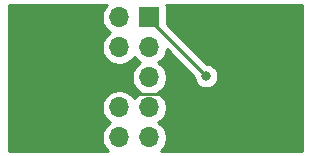
<source format=gbr>
G04 #@! TF.GenerationSoftware,KiCad,Pcbnew,5.1.5*
G04 #@! TF.CreationDate,2019-12-29T20:10:12-05:00*
G04 #@! TF.ProjectId,cluster-luks-key,636c7573-7465-4722-9d6c-756b732d6b65,v01*
G04 #@! TF.SameCoordinates,Original*
G04 #@! TF.FileFunction,Copper,L2,Bot*
G04 #@! TF.FilePolarity,Positive*
%FSLAX46Y46*%
G04 Gerber Fmt 4.6, Leading zero omitted, Abs format (unit mm)*
G04 Created by KiCad (PCBNEW 5.1.5) date 2019-12-29 20:10:12*
%MOMM*%
%LPD*%
G04 APERTURE LIST*
%ADD10R,1.700000X1.700000*%
%ADD11O,1.700000X1.700000*%
%ADD12C,0.800000*%
%ADD13C,0.250000*%
%ADD14C,0.254000*%
G04 APERTURE END LIST*
D10*
X155315001Y-95755001D03*
D11*
X152775001Y-95755001D03*
X155315001Y-98295001D03*
X152775001Y-98295001D03*
X155315001Y-100835001D03*
X152775001Y-100835001D03*
X155315001Y-103375001D03*
X152775001Y-103375001D03*
X155315001Y-105915001D03*
X152775001Y-105915001D03*
D12*
X160000000Y-106000000D03*
X167000000Y-101000000D03*
X162000000Y-96000000D03*
X160140000Y-100720000D03*
D13*
X156200000Y-102200000D02*
X159600001Y-105600001D01*
X159600001Y-105600001D02*
X160000000Y-106000000D01*
X154140000Y-102200000D02*
X156200000Y-102200000D01*
X152775001Y-100835001D02*
X154140000Y-102200000D01*
X155315001Y-95895001D02*
X155315001Y-95755001D01*
X160140000Y-100720000D02*
X155315001Y-95895001D01*
D14*
G36*
X151621526Y-94808369D02*
G01*
X151459011Y-95051590D01*
X151347069Y-95321843D01*
X151290001Y-95608741D01*
X151290001Y-95901261D01*
X151347069Y-96188159D01*
X151459011Y-96458412D01*
X151621526Y-96701633D01*
X151828369Y-96908476D01*
X152002761Y-97025001D01*
X151828369Y-97141526D01*
X151621526Y-97348369D01*
X151459011Y-97591590D01*
X151347069Y-97861843D01*
X151290001Y-98148741D01*
X151290001Y-98441261D01*
X151347069Y-98728159D01*
X151459011Y-98998412D01*
X151621526Y-99241633D01*
X151828369Y-99448476D01*
X152071590Y-99610991D01*
X152341843Y-99722933D01*
X152628741Y-99780001D01*
X152921261Y-99780001D01*
X153208159Y-99722933D01*
X153478412Y-99610991D01*
X153721633Y-99448476D01*
X153928476Y-99241633D01*
X154045001Y-99067241D01*
X154161526Y-99241633D01*
X154368369Y-99448476D01*
X154542761Y-99565001D01*
X154368369Y-99681526D01*
X154161526Y-99888369D01*
X153999011Y-100131590D01*
X153887069Y-100401843D01*
X153830001Y-100688741D01*
X153830001Y-100981261D01*
X153887069Y-101268159D01*
X153999011Y-101538412D01*
X154161526Y-101781633D01*
X154368369Y-101988476D01*
X154542761Y-102105001D01*
X154368369Y-102221526D01*
X154161526Y-102428369D01*
X154045001Y-102602761D01*
X153928476Y-102428369D01*
X153721633Y-102221526D01*
X153478412Y-102059011D01*
X153208159Y-101947069D01*
X152921261Y-101890001D01*
X152628741Y-101890001D01*
X152341843Y-101947069D01*
X152071590Y-102059011D01*
X151828369Y-102221526D01*
X151621526Y-102428369D01*
X151459011Y-102671590D01*
X151347069Y-102941843D01*
X151290001Y-103228741D01*
X151290001Y-103521261D01*
X151347069Y-103808159D01*
X151459011Y-104078412D01*
X151621526Y-104321633D01*
X151828369Y-104528476D01*
X152002761Y-104645001D01*
X151828369Y-104761526D01*
X151621526Y-104968369D01*
X151459011Y-105211590D01*
X151347069Y-105481843D01*
X151290001Y-105768741D01*
X151290001Y-106061261D01*
X151347069Y-106348159D01*
X151459011Y-106618412D01*
X151621526Y-106861633D01*
X151792987Y-107033094D01*
X143430000Y-107039496D01*
X143430000Y-94660000D01*
X151769895Y-94660000D01*
X151621526Y-94808369D01*
G37*
X151621526Y-94808369D02*
X151459011Y-95051590D01*
X151347069Y-95321843D01*
X151290001Y-95608741D01*
X151290001Y-95901261D01*
X151347069Y-96188159D01*
X151459011Y-96458412D01*
X151621526Y-96701633D01*
X151828369Y-96908476D01*
X152002761Y-97025001D01*
X151828369Y-97141526D01*
X151621526Y-97348369D01*
X151459011Y-97591590D01*
X151347069Y-97861843D01*
X151290001Y-98148741D01*
X151290001Y-98441261D01*
X151347069Y-98728159D01*
X151459011Y-98998412D01*
X151621526Y-99241633D01*
X151828369Y-99448476D01*
X152071590Y-99610991D01*
X152341843Y-99722933D01*
X152628741Y-99780001D01*
X152921261Y-99780001D01*
X153208159Y-99722933D01*
X153478412Y-99610991D01*
X153721633Y-99448476D01*
X153928476Y-99241633D01*
X154045001Y-99067241D01*
X154161526Y-99241633D01*
X154368369Y-99448476D01*
X154542761Y-99565001D01*
X154368369Y-99681526D01*
X154161526Y-99888369D01*
X153999011Y-100131590D01*
X153887069Y-100401843D01*
X153830001Y-100688741D01*
X153830001Y-100981261D01*
X153887069Y-101268159D01*
X153999011Y-101538412D01*
X154161526Y-101781633D01*
X154368369Y-101988476D01*
X154542761Y-102105001D01*
X154368369Y-102221526D01*
X154161526Y-102428369D01*
X154045001Y-102602761D01*
X153928476Y-102428369D01*
X153721633Y-102221526D01*
X153478412Y-102059011D01*
X153208159Y-101947069D01*
X152921261Y-101890001D01*
X152628741Y-101890001D01*
X152341843Y-101947069D01*
X152071590Y-102059011D01*
X151828369Y-102221526D01*
X151621526Y-102428369D01*
X151459011Y-102671590D01*
X151347069Y-102941843D01*
X151290001Y-103228741D01*
X151290001Y-103521261D01*
X151347069Y-103808159D01*
X151459011Y-104078412D01*
X151621526Y-104321633D01*
X151828369Y-104528476D01*
X152002761Y-104645001D01*
X151828369Y-104761526D01*
X151621526Y-104968369D01*
X151459011Y-105211590D01*
X151347069Y-105481843D01*
X151290001Y-105768741D01*
X151290001Y-106061261D01*
X151347069Y-106348159D01*
X151459011Y-106618412D01*
X151621526Y-106861633D01*
X151792987Y-107033094D01*
X143430000Y-107039496D01*
X143430000Y-94660000D01*
X151769895Y-94660000D01*
X151621526Y-94808369D01*
G36*
X168240000Y-107020506D02*
G01*
X156300465Y-107029644D01*
X156468476Y-106861633D01*
X156630991Y-106618412D01*
X156742933Y-106348159D01*
X156800001Y-106061261D01*
X156800001Y-105768741D01*
X156742933Y-105481843D01*
X156630991Y-105211590D01*
X156468476Y-104968369D01*
X156261633Y-104761526D01*
X156087241Y-104645001D01*
X156261633Y-104528476D01*
X156468476Y-104321633D01*
X156630991Y-104078412D01*
X156742933Y-103808159D01*
X156800001Y-103521261D01*
X156800001Y-103228741D01*
X156742933Y-102941843D01*
X156630991Y-102671590D01*
X156468476Y-102428369D01*
X156261633Y-102221526D01*
X156087241Y-102105001D01*
X156261633Y-101988476D01*
X156468476Y-101781633D01*
X156630991Y-101538412D01*
X156742933Y-101268159D01*
X156800001Y-100981261D01*
X156800001Y-100688741D01*
X156742933Y-100401843D01*
X156630991Y-100131590D01*
X156468476Y-99888369D01*
X156261633Y-99681526D01*
X156087241Y-99565001D01*
X156261633Y-99448476D01*
X156468476Y-99241633D01*
X156630991Y-98998412D01*
X156742933Y-98728159D01*
X156797754Y-98452556D01*
X159105000Y-100759802D01*
X159105000Y-100821939D01*
X159144774Y-101021898D01*
X159222795Y-101210256D01*
X159336063Y-101379774D01*
X159480226Y-101523937D01*
X159649744Y-101637205D01*
X159838102Y-101715226D01*
X160038061Y-101755000D01*
X160241939Y-101755000D01*
X160441898Y-101715226D01*
X160630256Y-101637205D01*
X160799774Y-101523937D01*
X160943937Y-101379774D01*
X161057205Y-101210256D01*
X161135226Y-101021898D01*
X161175000Y-100821939D01*
X161175000Y-100618061D01*
X161135226Y-100418102D01*
X161057205Y-100229744D01*
X160943937Y-100060226D01*
X160799774Y-99916063D01*
X160630256Y-99802795D01*
X160441898Y-99724774D01*
X160241939Y-99685000D01*
X160179802Y-99685000D01*
X156803073Y-96308272D01*
X156803073Y-94905001D01*
X156790813Y-94780519D01*
X156754503Y-94660821D01*
X156754064Y-94660000D01*
X168240001Y-94660000D01*
X168240000Y-107020506D01*
G37*
X168240000Y-107020506D02*
X156300465Y-107029644D01*
X156468476Y-106861633D01*
X156630991Y-106618412D01*
X156742933Y-106348159D01*
X156800001Y-106061261D01*
X156800001Y-105768741D01*
X156742933Y-105481843D01*
X156630991Y-105211590D01*
X156468476Y-104968369D01*
X156261633Y-104761526D01*
X156087241Y-104645001D01*
X156261633Y-104528476D01*
X156468476Y-104321633D01*
X156630991Y-104078412D01*
X156742933Y-103808159D01*
X156800001Y-103521261D01*
X156800001Y-103228741D01*
X156742933Y-102941843D01*
X156630991Y-102671590D01*
X156468476Y-102428369D01*
X156261633Y-102221526D01*
X156087241Y-102105001D01*
X156261633Y-101988476D01*
X156468476Y-101781633D01*
X156630991Y-101538412D01*
X156742933Y-101268159D01*
X156800001Y-100981261D01*
X156800001Y-100688741D01*
X156742933Y-100401843D01*
X156630991Y-100131590D01*
X156468476Y-99888369D01*
X156261633Y-99681526D01*
X156087241Y-99565001D01*
X156261633Y-99448476D01*
X156468476Y-99241633D01*
X156630991Y-98998412D01*
X156742933Y-98728159D01*
X156797754Y-98452556D01*
X159105000Y-100759802D01*
X159105000Y-100821939D01*
X159144774Y-101021898D01*
X159222795Y-101210256D01*
X159336063Y-101379774D01*
X159480226Y-101523937D01*
X159649744Y-101637205D01*
X159838102Y-101715226D01*
X160038061Y-101755000D01*
X160241939Y-101755000D01*
X160441898Y-101715226D01*
X160630256Y-101637205D01*
X160799774Y-101523937D01*
X160943937Y-101379774D01*
X161057205Y-101210256D01*
X161135226Y-101021898D01*
X161175000Y-100821939D01*
X161175000Y-100618061D01*
X161135226Y-100418102D01*
X161057205Y-100229744D01*
X160943937Y-100060226D01*
X160799774Y-99916063D01*
X160630256Y-99802795D01*
X160441898Y-99724774D01*
X160241939Y-99685000D01*
X160179802Y-99685000D01*
X156803073Y-96308272D01*
X156803073Y-94905001D01*
X156790813Y-94780519D01*
X156754503Y-94660821D01*
X156754064Y-94660000D01*
X168240001Y-94660000D01*
X168240000Y-107020506D01*
M02*

</source>
